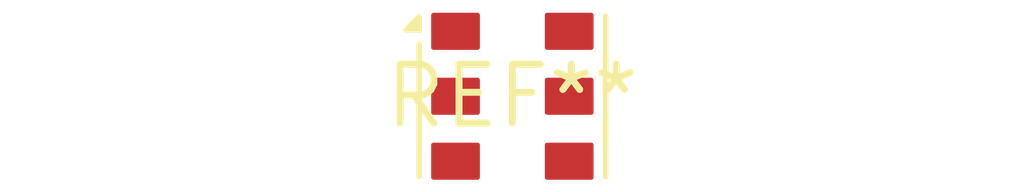
<source format=kicad_pcb>
(kicad_pcb (version 20240108) (generator pcbnew)
  (layers (0 "F.Cu" signal) (31 "B.Cu" signal) (34 "B.Paste" user) (35 "F.Paste" user) (36 "B.SilkS" user "B.Silkscreen") (37 "F.SilkS" user "F.Silkscreen") (38 "B.Mask" user) (39 "F.Mask" user) (44 "Edge.Cuts" user))
  (net 0 "")
  (footprint "Filter_Murata_SFECF-6" (layer "F.Cu") (at 0 0)
    (property "Reference" "REF**")
    (property "Value" "Filter_Murata_SFECF-6")
    (fp_line (start -2.01 1.73) (end -2.01 -1.12) (layer "F.SilkS") (stroke (width 0.12)))
    (fp_line (start 2.01 1.73) (end 2.01 -1.73) (layer "F.SilkS") (stroke (width 0.12)))
    (fp_poly (pts (xy -2.01 -1.43) (xy -2.29 -1.43) (xy -2.01 -1.71) (xy -2.01 -1.43)) (layer "F.SilkS") (stroke (width 0.12)) (fill solid))
    (pad "1" smd roundrect (at -1.225 -1.4) (size 1.05 0.8) (layers "F.Cu" "F.Paste" "F.Mask") (roundrect_rratio 0.0625))
    (pad "2" smd roundrect (at -1.225 0) (size 1.05 0.8) (layers "F.Cu" "F.Paste" "F.Mask") (roundrect_rratio 0.0625))
    (pad "3" smd roundrect (at -1.225 1.4) (size 1.05 0.8) (layers "F.Cu" "F.Paste" "F.Mask") (roundrect_rratio 0.0625))
    (pad "4" smd roundrect (at 1.225 1.4) (size 1.05 0.8) (layers "F.Cu" "F.Paste" "F.Mask") (roundrect_rratio 0.0625))
    (pad "5" smd roundrect (at 1.225 0) (size 1.05 0.8) (layers "F.Cu" "F.Paste" "F.Mask") (roundrect_rratio 0.0625))
    (pad "6" smd roundrect (at 1.225 -1.4) (size 1.05 0.8) (layers "F.Cu" "F.Paste" "F.Mask") (roundrect_rratio 0.0625))
  )
)
</source>
